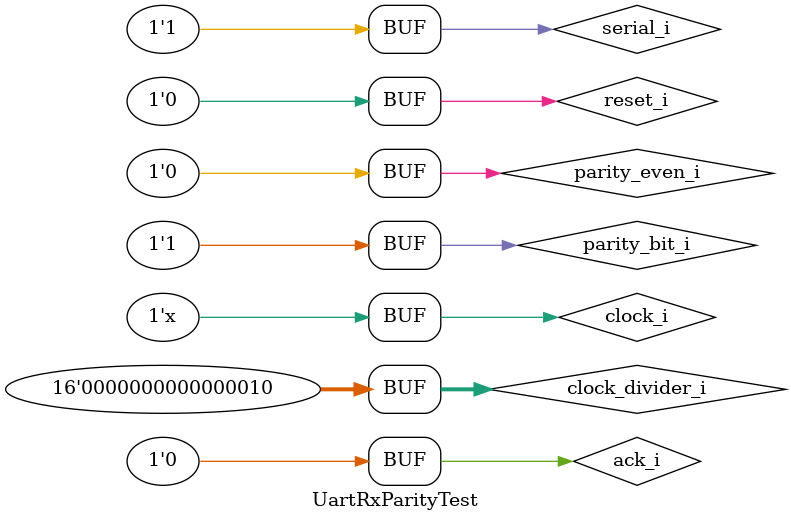
<source format=v>

module UartRxParityTest ();

reg reset_i = 1'b0;
reg clock_i = 1'b0;
reg ack_i = 1'b0;
reg parity_bit_i = 1'b1;
reg parity_even_i = 1'b1;
reg serial_i = 1'b1;
reg [15:0] clock_divider_i = 2;
wire [7:0] data_o;
wire ready_o;

UartRx uart_rx (
  .reset_i(reset_i),
  .clock_i(clock_i),
  .ack_i(ack_i),
  .parity_bit_i(parity_bit_i),
  .parity_even_i(parity_even_i),
  .serial_i(serial_i),
  .clock_divider_i(clock_divider_i),
  .data_o(data_o),
  .ready_o(ready_o)
);

always #1 clock_i <= ~clock_i;

initial begin
  #1 send_packet(8'h55, 1'b0);
  #6 assert_data_received(8'h55);
  #2 clear_ready_flag();
  
  parity_even_i = 1'b0;

  #2 send_packet(8'hAA, 1'b1);
  #6 assert_data_received(8'hAA);
  #2 clear_ready_flag();
end

task send_packet;
  input [7:0] data;
  input parity;

  begin
    #4 serial_i <= 1'b0; // Start bit
    #4 serial_i <= data[0];
    #4 serial_i <= data[1];
    #4 serial_i <= data[2];
    #4 serial_i <= data[3];
    #4 serial_i <= data[4];
    #4 serial_i <= data[5];
    #4 serial_i <= data[6];
    #4 serial_i <= data[7];
    #4 serial_i <= parity;
    #4 serial_i <= 1'b1; // Stop bit
  end
endtask

task assert_data_received;
  input [7:0] data;

  begin
    if (!ready_o)
    $display("FAILED - ready_o should be high after receiving packet");

    if (data_o != data)
      $display("FAILED - data_o value should be h%x", data);
  end
endtask

task clear_ready_flag;
  begin
    ack_i = 1'b1;

    if (!ready_o)
      $display("FAILED - ready_o should stay high after receiving packet");

    #2 ack_i = 1'b0;

    if (ready_o)
      $display("FAILED - ready_o should be low after ack_i goes high");
  end
endtask

endmodule

</source>
